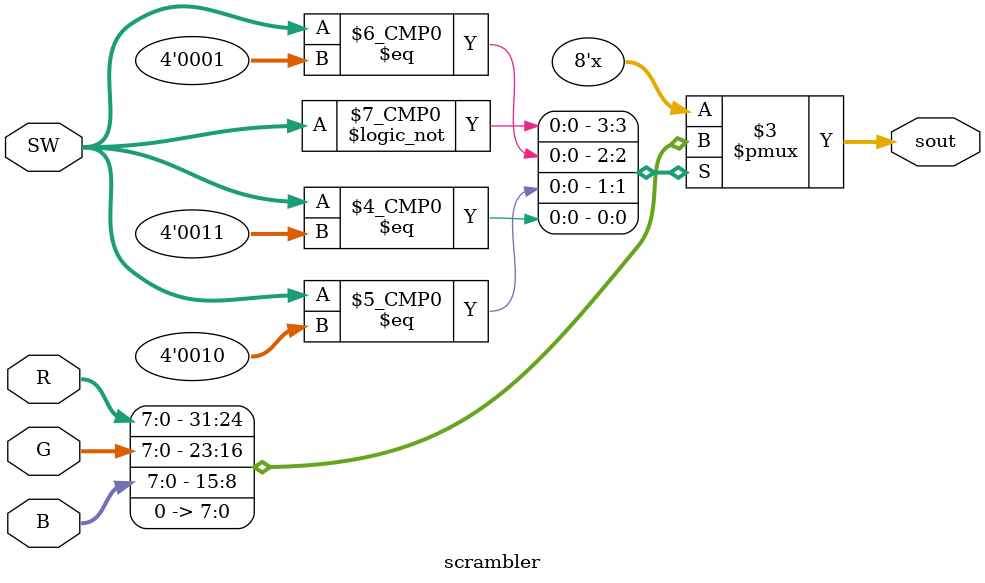
<source format=sv>
`timescale 1ns / 1ps



module color_scrambler( input  logic [23:0] pixel,
                        input  logic [3:0] swR,swG,swB,
                        output logic [23:0] sc_pixel
                        );

    logic  [7:0] R,G,B;
    logic  [7:0] csR,csG,csB;
    
    assign R 		= pixel[23:16];
    assign G 		= pixel[15: 8];
    assign B 		= pixel[ 7: 0];
    assign sc_pixel = {csR,csG,csB};

    scrambler RED  (.R(R),.G(G),.B(B),.SW(swR),.sout(csR));
    scrambler GREEN(.R(R),.G(G),.B(B),.SW(swG),.sout(csG));
    scrambler BLUE (.R(R),.G(G),.B(B),.SW(swB),.sout(csB));

endmodule

module scrambler (  input logic [7:0] R,G,B,
                    input logic [3:0] SW,
                    output logic [7:0] sout
                    );
    always_comb  begin
        case(SW)
            0 : sout = R;
            1 : sout = G;
            2 : sout = B;
            3 : sout = 0;
        endcase
    end
endmodule
</source>
